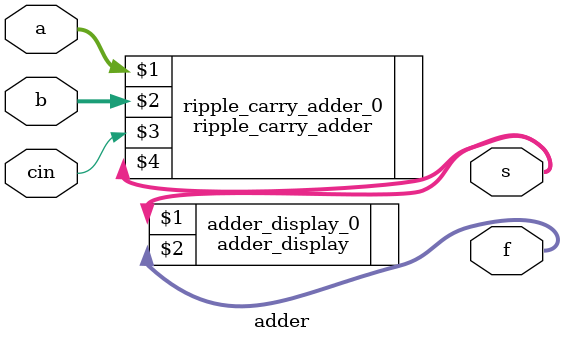
<source format=v>
module adder(
	input [2:0] a,
	input [2:0] b,
	input cin,
	output [3:0] s,
	output [6:0] f
	);
	
	ripple_carry_adder ripple_carry_adder_0(a, b, cin, s);
	adder_display adder_display_0(s, f);
	
endmodule
</source>
